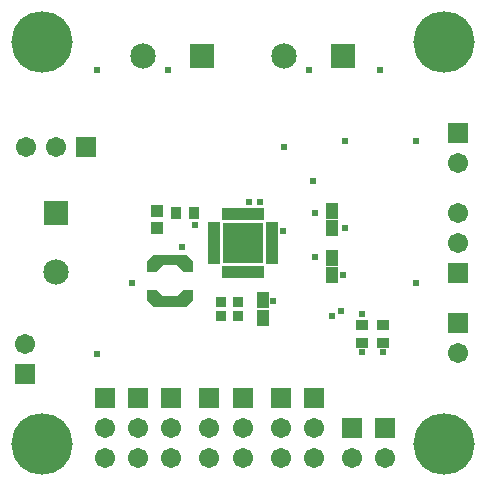
<source format=gts>
G04*
G04 #@! TF.GenerationSoftware,Altium Limited,Altium Designer,21.7.2 (23)*
G04*
G04 Layer_Color=8388736*
%FSLAX25Y25*%
%MOIN*%
G70*
G04*
G04 #@! TF.SameCoordinates,3D67BF19-0A55-4891-8FEB-F4BE30BF2CF6*
G04*
G04*
G04 #@! TF.FilePolarity,Negative*
G04*
G01*
G75*
%ADD14R,0.03961X0.04351*%
%ADD15R,0.04343X0.03556*%
%ADD16R,0.03556X0.04343*%
%ADD17R,0.13202X0.13202*%
%ADD18R,0.04068X0.01981*%
%ADD19R,0.01981X0.04068*%
%ADD20R,0.03985X0.05241*%
%ADD21R,0.03568X0.03563*%
%ADD22R,0.03379X0.03174*%
%ADD23C,0.04039*%
%ADD24R,0.06706X0.06706*%
%ADD25C,0.06706*%
%ADD26R,0.06706X0.06706*%
%ADD27C,0.08477*%
%ADD28R,0.08477X0.08477*%
%ADD29R,0.08477X0.08477*%
%ADD30C,0.20485*%
%ADD31C,0.02375*%
%ADD32C,0.03556*%
G36*
X61988Y59685D02*
X59823Y57480D01*
X48839D01*
X46673Y59685D01*
Y63189D01*
X49724D01*
X52067Y60905D01*
X56595D01*
X58937Y63189D01*
X61988D01*
Y59685D01*
D02*
G37*
G36*
Y72598D02*
Y69095D01*
X58937D01*
X56595Y71378D01*
X52067D01*
X49724Y69095D01*
X46673D01*
Y72598D01*
X48839Y74803D01*
X59823D01*
X61988Y72598D01*
D02*
G37*
D14*
X50000Y83856D02*
D03*
Y89372D02*
D03*
D15*
X118504Y45472D02*
D03*
Y51378D02*
D03*
X125394Y51378D02*
D03*
Y45472D02*
D03*
D16*
X62402Y88583D02*
D03*
X56496D02*
D03*
D17*
X78740Y78740D02*
D03*
D18*
X69055Y72835D02*
D03*
Y74803D02*
D03*
Y76772D02*
D03*
Y78740D02*
D03*
Y80709D02*
D03*
Y82677D02*
D03*
Y84646D02*
D03*
X88425D02*
D03*
Y82677D02*
D03*
Y80709D02*
D03*
Y78740D02*
D03*
Y76772D02*
D03*
Y74803D02*
D03*
Y72835D02*
D03*
D19*
X72835Y88425D02*
D03*
X74803D02*
D03*
X76772D02*
D03*
X78740D02*
D03*
X80709D02*
D03*
X82677D02*
D03*
X84646D02*
D03*
Y69055D02*
D03*
X82677D02*
D03*
X80709D02*
D03*
X78740D02*
D03*
X76772D02*
D03*
X74803D02*
D03*
X72835D02*
D03*
D20*
X108268Y73782D02*
D03*
Y67951D02*
D03*
Y89530D02*
D03*
Y83699D02*
D03*
X85433Y59608D02*
D03*
Y53777D02*
D03*
D21*
X71260Y59057D02*
D03*
Y54329D02*
D03*
D22*
X77165Y59158D02*
D03*
Y54228D02*
D03*
D23*
X58956Y59799D02*
D03*
Y72484D02*
D03*
D24*
X6102Y34882D02*
D03*
X54724Y26929D02*
D03*
X43701D02*
D03*
X32677D02*
D03*
X126181Y16929D02*
D03*
X78543Y26929D02*
D03*
X115157Y16929D02*
D03*
X67520Y26929D02*
D03*
X91339D02*
D03*
X102362D02*
D03*
X150394Y68740D02*
D03*
X150394Y51968D02*
D03*
Y115354D02*
D03*
D25*
X6102Y44882D02*
D03*
X16339Y110630D02*
D03*
X6339D02*
D03*
X54724Y16929D02*
D03*
Y6929D02*
D03*
X43701Y16929D02*
D03*
Y6929D02*
D03*
X32677Y16929D02*
D03*
Y6929D02*
D03*
X126181D02*
D03*
X78543Y16929D02*
D03*
Y6929D02*
D03*
X115157D02*
D03*
X67520Y16929D02*
D03*
Y6929D02*
D03*
X91339Y16929D02*
D03*
Y6929D02*
D03*
X102362Y16929D02*
D03*
Y6929D02*
D03*
X150394Y88740D02*
D03*
Y78740D02*
D03*
X150394Y41969D02*
D03*
Y105354D02*
D03*
D26*
X26339Y110630D02*
D03*
D27*
X16535Y68899D02*
D03*
X92521Y140945D02*
D03*
X45276Y140945D02*
D03*
D28*
X16535Y88584D02*
D03*
D29*
X112206Y140945D02*
D03*
X64961Y140945D02*
D03*
D30*
X11811Y11811D02*
D03*
X145669Y145669D02*
D03*
X11811D02*
D03*
X145669Y11811D02*
D03*
D31*
X136221Y112599D02*
D03*
Y65354D02*
D03*
X124409Y136221D02*
D03*
X112599Y112599D02*
D03*
X100787Y136221D02*
D03*
X53543D02*
D03*
X41732Y65354D02*
D03*
X29921Y136221D02*
D03*
Y41732D02*
D03*
X62598Y84646D02*
D03*
X88779Y59252D02*
D03*
X102559Y88583D02*
D03*
Y74016D02*
D03*
X112205Y68110D02*
D03*
X92126Y82677D02*
D03*
X102165Y99213D02*
D03*
X92520Y110630D02*
D03*
X118504Y42323D02*
D03*
X125394D02*
D03*
X84252Y92520D02*
D03*
X80709D02*
D03*
X58268Y77362D02*
D03*
X118504Y54921D02*
D03*
X108465Y54528D02*
D03*
X111417Y55905D02*
D03*
X112598Y83858D02*
D03*
D32*
X83071Y83071D02*
D03*
Y74410D02*
D03*
X78740Y78740D02*
D03*
X74410Y83071D02*
D03*
Y74410D02*
D03*
M02*

</source>
